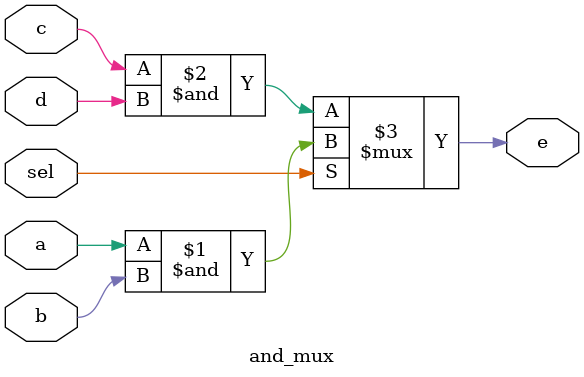
<source format=v>
module and_mux(input  a ,
			  input  b ,
			  input  c ,
			  input  d ,
			input sel,
			  output e );
			  
//assign e=(a&b)|(c&d);
//wire e;
assign e = sel ? (a&b) :(c&d);
//wire e = (a&b) | (c&d);
//assign f = en ? e : 1'bz;
//assign f = en ? (a&b)|(c&d) : 1'bz;

//always @(en,a,b,c,d) begin
//  f = en ? (a&b)|(c&d) : 1'bz;
//end
endmodule

</source>
